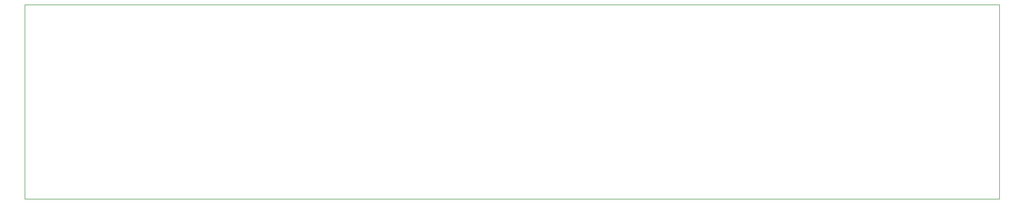
<source format=gbr>
%TF.GenerationSoftware,KiCad,Pcbnew,9.0.3*%
%TF.CreationDate,2025-07-15T09:49:43+03:00*%
%TF.ProjectId,switches_board,73776974-6368-4657-935f-626f6172642e,rev?*%
%TF.SameCoordinates,Original*%
%TF.FileFunction,Profile,NP*%
%FSLAX46Y46*%
G04 Gerber Fmt 4.6, Leading zero omitted, Abs format (unit mm)*
G04 Created by KiCad (PCBNEW 9.0.3) date 2025-07-15 09:49:43*
%MOMM*%
%LPD*%
G01*
G04 APERTURE LIST*
%TA.AperFunction,Profile*%
%ADD10C,0.050000*%
%TD*%
G04 APERTURE END LIST*
D10*
X47080000Y-83140000D02*
X207570000Y-83140000D01*
X207570000Y-115230000D01*
X47080000Y-115230000D01*
X47080000Y-83140000D01*
M02*

</source>
